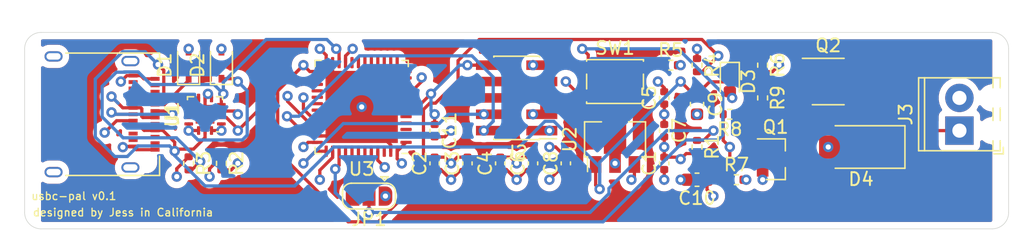
<source format=kicad_pcb>
(kicad_pcb (version 20171130) (host pcbnew "(5.1.7-0-10_14)")
  (layers (0 F.Cu signal) (1 PWR power) (2 GND signal) (31 B.Cu signal) (34 B.Paste user) (35 F.Paste user) (36 B.SilkS user) (37 F.SilkS user) (38 B.Mask user) (39 F.Mask user) (44 Edge.Cuts user))
  (net 0 "")
  (net 1 GND)
  (net 2 +3V3)
  (net 3 VBUS)
  (net 4 /nRST)
  (net 5 "Net-(D1-Pad1)")
  (net 6 "Net-(D2-Pad1)")
  (net 7 "Net-(D3-Pad2)")
  (net 8 "Net-(D3-Pad1)")
  (net 9 "Net-(D4-Pad1)")
  (net 10 D-)
  (net 11 D+)
  (net 12 /SWCLK)
  (net 13 /SWDIO)
  (net 14 /BOOT)
  (net 15 "Net-(Q1-Pad3)")
  (net 16 "Net-(Q1-Pad1)")
  (net 17 SCL)
  (net 18 SDA)
  (net 19 INT_N)
  (net 20 /SETUP)
  (net 21 OUT_CTRL)
  (module Package_DFN_QFN:QFN-48-1EP_7x7mm_P0.5mm_EP5.6x5.6mm (layer F.Cu) (at 98.49 48.96 180)
    (fp_text reference U3 (at 0 -4.82) (layer F.SilkS))
    (fp_text value STM32F072C8Ux)
    (pad 49 smd rect (at 0 0 180) (size 5.6 5.6) (layers F.Cu F.Mask) (net 1 GND))
    (pad 48 smd roundrect (at -2.75 -3.4375 180) (size 0.25 0.875) (layers F.Cu F.Paste F.Mask) (net 2 +3V3))
    (pad 47 smd roundrect (at -2.25 -3.4375 180) (size 0.25 0.875) (layers F.Cu F.Paste F.Mask) (net 1 GND))
    (pad 46 smd roundrect (at -1.75 -3.4375 180) (size 0.25 0.875) (layers F.Cu F.Paste F.Mask))
    (pad 45 smd roundrect (at -1.25 -3.4375 180) (size 0.25 0.875) (layers F.Cu F.Paste F.Mask) (net 21 OUT_CTRL))
    (pad 44 smd roundrect (at -0.75 -3.4375 180) (size 0.25 0.875) (layers F.Cu F.Paste F.Mask) (net 14 /BOOT))
    (pad 43 smd roundrect (at -0.25 -3.4375 180) (size 0.25 0.875) (layers F.Cu F.Paste F.Mask))
    (pad 42 smd roundrect (at 0.25 -3.4375 180) (size 0.25 0.875) (layers F.Cu F.Paste F.Mask))
    (pad 41 smd roundrect (at 0.75 -3.4375 180) (size 0.25 0.875) (layers F.Cu F.Paste F.Mask))
    (pad 40 smd roundrect (at 1.25 -3.4375 180) (size 0.25 0.875) (layers F.Cu F.Paste F.Mask))
    (pad 39 smd roundrect (at 1.75 -3.4375 180) (size 0.25 0.875) (layers F.Cu F.Paste F.Mask) (net 20 /SETUP))
    (pad 38 smd roundrect (at 2.25 -3.4375 180) (size 0.25 0.875) (layers F.Cu F.Paste F.Mask) (net 7 "Net-(D3-Pad2)"))
    (pad 37 smd roundrect (at 2.75 -3.4375 180) (size 0.25 0.875) (layers F.Cu F.Paste F.Mask) (net 12 /SWCLK))
    (pad 36 smd roundrect (at 3.4375 -2.75 180) (size 0.875 0.25) (layers F.Cu F.Paste F.Mask) (net 2 +3V3))
    (pad 35 smd roundrect (at 3.4375 -2.25 180) (size 0.875 0.25) (layers F.Cu F.Paste F.Mask) (net 1 GND))
    (pad 34 smd roundrect (at 3.4375 -1.75 180) (size 0.875 0.25) (layers F.Cu F.Paste F.Mask) (net 13 /SWDIO))
    (pad 33 smd roundrect (at 3.4375 -1.25 180) (size 0.875 0.25) (layers F.Cu F.Paste F.Mask) (net 11 D+))
    (pad 32 smd roundrect (at 3.4375 -0.75 180) (size 0.875 0.25) (layers F.Cu F.Paste F.Mask) (net 10 D-))
    (pad 31 smd roundrect (at 3.4375 -0.25 180) (size 0.875 0.25) (layers F.Cu F.Paste F.Mask))
    (pad 30 smd roundrect (at 3.4375 0.25 180) (size 0.875 0.25) (layers F.Cu F.Paste F.Mask))
    (pad 29 smd roundrect (at 3.4375 0.75 180) (size 0.875 0.25) (layers F.Cu F.Paste F.Mask))
    (pad 28 smd roundrect (at 3.4375 1.25 180) (size 0.875 0.25) (layers F.Cu F.Paste F.Mask))
    (pad 27 smd roundrect (at 3.4375 1.75 180) (size 0.875 0.25) (layers F.Cu F.Paste F.Mask))
    (pad 26 smd roundrect (at 3.4375 2.25 180) (size 0.875 0.25) (layers F.Cu F.Paste F.Mask))
    (pad 25 smd roundrect (at 3.4375 2.75 180) (size 0.875 0.25) (layers F.Cu F.Paste F.Mask) (net 19 INT_N))
    (pad 24 smd roundrect (at 2.75 3.4375 180) (size 0.25 0.875) (layers F.Cu F.Paste F.Mask) (net 2 +3V3))
    (pad 23 smd roundrect (at 2.25 3.4375 180) (size 0.25 0.875) (layers F.Cu F.Paste F.Mask) (net 1 GND))
    (pad 22 smd roundrect (at 1.75 3.4375 180) (size 0.25 0.875) (layers F.Cu F.Paste F.Mask) (net 18 SDA))
    (pad 21 smd roundrect (at 1.25 3.4375 180) (size 0.25 0.875) (layers F.Cu F.Paste F.Mask) (net 17 SCL))
    (pad 20 smd roundrect (at 0.75 3.4375 180) (size 0.25 0.875) (layers F.Cu F.Paste F.Mask))
    (pad 19 smd roundrect (at 0.25 3.4375 180) (size 0.25 0.875) (layers F.Cu F.Paste F.Mask))
    (pad 18 smd roundrect (at -0.25 3.4375 180) (size 0.25 0.875) (layers F.Cu F.Paste F.Mask))
    (pad 17 smd roundrect (at -0.75 3.4375 180) (size 0.25 0.875) (layers F.Cu F.Paste F.Mask))
    (pad 16 smd roundrect (at -1.25 3.4375 180) (size 0.25 0.875) (layers F.Cu F.Paste F.Mask))
    (pad 15 smd roundrect (at -1.75 3.4375 180) (size 0.25 0.875) (layers F.Cu F.Paste F.Mask))
    (pad 14 smd roundrect (at -2.25 3.4375 180) (size 0.25 0.875) (layers F.Cu F.Paste F.Mask))
    (pad 13 smd roundrect (at -2.75 3.4375 180) (size 0.25 0.875) (layers F.Cu F.Paste F.Mask))
    (pad 12 smd roundrect (at -3.4375 2.75 180) (size 0.875 0.25) (layers F.Cu F.Paste F.Mask))
    (pad 11 smd roundrect (at -3.4375 2.25 180) (size 0.875 0.25) (layers F.Cu F.Paste F.Mask))
    (pad 10 smd roundrect (at -3.4375 1.75 180) (size 0.875 0.25) (layers F.Cu F.Paste F.Mask))
    (pad 9 smd roundrect (at -3.4375 1.25 180) (size 0.875 0.25) (layers F.Cu F.Paste F.Mask) (net 2 +3V3))
    (pad 8 smd roundrect (at -3.4375 0.75 180) (size 0.875 0.25) (layers F.Cu F.Paste F.Mask) (net 1 GND))
    (pad 7 smd roundrect (at -3.4375 0.25 180) (size 0.875 0.25) (layers F.Cu F.Paste F.Mask) (net 4 /nRST))
    (pad 6 smd roundrect (at -3.4375 -0.25 180) (size 0.875 0.25) (layers F.Cu F.Paste F.Mask))
    (pad 5 smd roundrect (at -3.4375 -0.75 180) (size 0.875 0.25) (layers F.Cu F.Paste F.Mask))
    (pad 4 smd roundrect (at -3.4375 -1.25 180) (size 0.875 0.25) (layers F.Cu F.Paste F.Mask))
    (pad 3 smd roundrect (at -3.4375 -1.75 180) (size 0.875 0.25) (layers F.Cu F.Paste F.Mask))
    (pad 2 smd roundrect (at -3.4375 -2.25 180) (size 0.875 0.25) (layers F.Cu F.Paste F.Mask))
    (pad 1 smd roundrect (at -3.4375 -2.75 180) (size 0.875 0.25) (layers F.Cu F.Paste F.Mask) (net 2 +3V3))
  )
  (module Package_TO_SOT_SMD:SOT-89-3 (layer F.Cu) (at 118.11 51.7775 90)
    (fp_text reference U2 (at 0.3 -3.5 90) (layer F.SilkS))
    (fp_text value AP2204R-3.3)
    (pad 2 smd custom (at -1.5625 0 90) (size 1.475 0.9) (layers F.Cu F.Paste F.Mask) (net 1 GND) (options (clearance outline) (anchor rect)) (primitives (gr_poly (pts (xy 0.7375 -0.8665) (xy 3.8625 -0.8665) (xy 3.8625 0.8665) (xy 0.7375 0.8665)) (width 0))))
    (pad 3 smd rect (at -1.65 1.5 90) (size 1.3 0.9) (layers F.Cu F.Paste F.Mask) (net 2 +3V3))
    (pad 1 smd rect (at -1.65 -1.5 90) (size 1.3 0.9) (layers F.Cu F.Paste F.Mask) (net 3 VBUS))
  )
  (module Package_DFN_QFN:WQFN-14-1EP_2.5x2.5mm_P0.5mm_EP1.45x1.45mm (layer F.Cu) (at 86.36 49.53 90)
    (fp_text reference U1 (at 0 -2.55 90) (layer F.SilkS))
    (fp_text value FUSB302B11MPX)
    (pad 15 smd rect (at 0 0 90) (size 1.45 1.45) (layers F.Cu F.Mask) (net 1 GND))
    (pad 14 smd roundrect (at -0.75 -1.2625 90) (size 0.25 0.675) (layers F.Cu F.Paste F.Mask) (net 6 "Net-(D2-Pad1)"))
    (pad 13 smd roundrect (at -0.25 -1.2625 90) (size 0.25 0.675) (layers F.Cu F.Paste F.Mask))
    (pad 12 smd roundrect (at 0.25 -1.2625 90) (size 0.25 0.675) (layers F.Cu F.Paste F.Mask))
    (pad 11 smd roundrect (at 0.75 -1.2625 90) (size 0.25 0.675) (layers F.Cu F.Paste F.Mask) (net 5 "Net-(D1-Pad1)"))
    (pad 10 smd roundrect (at 1.2625 -0.5 90) (size 0.675 0.25) (layers F.Cu F.Paste F.Mask) (net 5 "Net-(D1-Pad1)"))
    (pad 9 smd roundrect (at 1.2625 0 90) (size 0.675 0.25) (layers F.Cu F.Paste F.Mask) (net 1 GND))
    (pad 8 smd roundrect (at 1.2625 0.5 90) (size 0.675 0.25) (layers F.Cu F.Paste F.Mask) (net 1 GND))
    (pad 7 smd roundrect (at 0.75 1.2625 90) (size 0.25 0.675) (layers F.Cu F.Paste F.Mask) (net 18 SDA))
    (pad 6 smd roundrect (at 0.25 1.2625 90) (size 0.25 0.675) (layers F.Cu F.Paste F.Mask) (net 17 SCL))
    (pad 5 smd roundrect (at -0.25 1.2625 90) (size 0.25 0.675) (layers F.Cu F.Paste F.Mask) (net 19 INT_N))
    (pad 4 smd roundrect (at -0.75 1.2625 90) (size 0.25 0.675) (layers F.Cu F.Paste F.Mask) (net 2 +3V3))
    (pad 3 smd roundrect (at -1.2625 0.5 90) (size 0.675 0.25) (layers F.Cu F.Paste F.Mask) (net 2 +3V3))
    (pad 2 smd roundrect (at -1.2625 0 90) (size 0.675 0.25) (layers F.Cu F.Paste F.Mask) (net 3 VBUS))
    (pad 1 smd roundrect (at -1.2625 -0.5 90) (size 0.675 0.25) (layers F.Cu F.Paste F.Mask) (net 6 "Net-(D2-Pad1)"))
  )
  (module Button_Switch_SMD:SW_SPST_PTS810 (layer F.Cu) (at 118.11 46.99)
    (fp_text reference SW1 (at 0 -2.6) (layer F.SilkS))
    (fp_text value SWITCH)
    (pad 2 smd rect (at 2.075 1.075) (size 1.05 0.65) (layers F.Cu F.Paste F.Mask) (net 2 +3V3))
    (pad 2 smd rect (at -2.075 1.075) (size 1.05 0.65) (layers F.Cu F.Paste F.Mask) (net 2 +3V3))
    (pad 1 smd rect (at 2.075 -1.075) (size 1.05 0.65) (layers F.Cu F.Paste F.Mask) (net 20 /SETUP))
    (pad 1 smd rect (at -2.075 -1.075) (size 1.05 0.65) (layers F.Cu F.Paste F.Mask) (net 20 /SETUP))
  )
  (module Resistor_SMD:R_0402_1005Metric (layer F.Cu) (at 129.54 48.26 270)
    (fp_text reference R9 (at 0 -1.17 90) (layer F.SilkS))
    (fp_text value 100kΩ)
    (pad 2 smd roundrect (at 0.51 0 270) (size 0.54 0.64) (layers F.Cu F.Paste F.Mask) (net 15 "Net-(Q1-Pad3)"))
    (pad 1 smd roundrect (at -0.51 0 270) (size 0.54 0.64) (layers F.Cu F.Paste F.Mask) (net 3 VBUS))
  )
  (module Resistor_SMD:R_0402_1005Metric (layer F.Cu) (at 127 49.53 180)
    (fp_text reference R8 (at 0 -1.17) (layer F.SilkS))
    (fp_text value 2kΩ)
    (pad 2 smd roundrect (at 0.51 0 180) (size 0.54 0.64) (layers F.Cu F.Paste F.Mask) (net 21 OUT_CTRL))
    (pad 1 smd roundrect (at -0.51 0 180) (size 0.54 0.64) (layers F.Cu F.Paste F.Mask) (net 16 "Net-(Q1-Pad1)"))
  )
  (module Resistor_SMD:R_0402_1005Metric (layer F.Cu) (at 127.51 54.61)
    (fp_text reference R7 (at 0 -1.17) (layer F.SilkS))
    (fp_text value 10kΩ)
    (pad 2 smd roundrect (at 0.51 0) (size 0.54 0.64) (layers F.Cu F.Paste F.Mask) (net 1 GND))
    (pad 1 smd roundrect (at -0.51 0) (size 0.54 0.64) (layers F.Cu F.Paste F.Mask) (net 21 OUT_CTRL))
  )
  (module Resistor_SMD:R_0402_1005Metric (layer F.Cu) (at 129.54 45.72 270)
    (fp_text reference R6 (at 0 -1.17 90) (layer F.SilkS))
    (fp_text value 220kΩ)
    (pad 2 smd roundrect (at 0.51 0 270) (size 0.54 0.64) (layers F.Cu F.Paste F.Mask) (net 1 GND))
    (pad 1 smd roundrect (at -0.51 0 270) (size 0.54 0.64) (layers F.Cu F.Paste F.Mask) (net 8 "Net-(D3-Pad1)"))
  )
  (module Resistor_SMD:R_0402_1005Metric (layer F.Cu) (at 122.43 45.72)
    (fp_text reference R5 (at 0 -1.17) (layer F.SilkS))
    (fp_text value 10kΩ)
    (pad 2 smd roundrect (at 0.51 0) (size 0.54 0.64) (layers F.Cu F.Paste F.Mask) (net 1 GND))
    (pad 1 smd roundrect (at -0.51 0) (size 0.54 0.64) (layers F.Cu F.Paste F.Mask) (net 20 /SETUP))
  )
  (module Resistor_SMD:R_0402_1005Metric (layer F.Cu) (at 124.46 45.72 270)
    (fp_text reference R4 (at 0 -1.17 90) (layer F.SilkS))
    (fp_text value 2kΩ)
    (pad 2 smd roundrect (at 0.51 0 270) (size 0.54 0.64) (layers F.Cu F.Paste F.Mask) (net 19 INT_N))
    (pad 1 smd roundrect (at -0.51 0 270) (size 0.54 0.64) (layers F.Cu F.Paste F.Mask) (net 2 +3V3))
  )
  (module Resistor_SMD:R_0402_1005Metric (layer F.Cu) (at 85.09 53.34 270)
    (fp_text reference R3 (at 0 -1.17 90) (layer F.SilkS))
    (fp_text value 2kΩ)
    (pad 2 smd roundrect (at 0.51 0 270) (size 0.54 0.64) (layers F.Cu F.Paste F.Mask) (net 18 SDA))
    (pad 1 smd roundrect (at -0.51 0 270) (size 0.54 0.64) (layers F.Cu F.Paste F.Mask) (net 2 +3V3))
  )
  (module Resistor_SMD:R_0402_1005Metric (layer F.Cu) (at 87.63 53.34 270)
    (fp_text reference R2 (at 0 -1.17 90) (layer F.SilkS))
    (fp_text value 2kΩ)
    (pad 2 smd roundrect (at 0.51 0 270) (size 0.54 0.64) (layers F.Cu F.Paste F.Mask) (net 17 SCL))
    (pad 1 smd roundrect (at -0.51 0 270) (size 0.54 0.64) (layers F.Cu F.Paste F.Mask) (net 2 +3V3))
  )
  (module Resistor_SMD:R_0402_1005Metric (layer F.Cu) (at 124.46 52.07 270)
    (fp_text reference R1 (at 0 -1.17 90) (layer F.SilkS))
    (fp_text value 10kΩ)
    (pad 2 smd roundrect (at 0.51 0 270) (size 0.54 0.64) (layers F.Cu F.Paste F.Mask) (net 1 GND))
    (pad 1 smd roundrect (at -0.51 0 270) (size 0.54 0.64) (layers F.Cu F.Paste F.Mask) (net 14 /BOOT))
  )
  (module housings_son:Diodes_PowerDI3333-8 (layer F.Cu) (at 134.62 46.99)
    (fp_text reference Q2 (at 0 -2.8) (layer F.SilkS))
    (fp_text value DMP3017SFG)
    (pad 5 smd rect (at 0.88 0.59) (size 0.86 1.19) (layers F.Cu F.Paste F.Mask) (net 3 VBUS))
    (pad 5 smd rect (at 0.88 -0.59) (size 0.86 1.19) (layers F.Cu F.Paste F.Mask) (net 3 VBUS))
    (pad 5 smd rect (at 0.03 0.59) (size 0.86 1.19) (layers F.Cu F.Paste F.Mask) (net 3 VBUS))
    (pad 5 smd rect (at 0.03 -0.59) (size 0.86 1.19) (layers F.Cu F.Paste F.Mask) (net 3 VBUS))
    (pad 4 smd rect (at -1.5 0.975) (size 0.7 0.42) (layers F.Cu F.Paste F.Mask) (net 15 "Net-(Q1-Pad3)"))
    (pad 2 smd rect (at -1.5 -0.325) (size 0.7 0.42) (layers F.Cu F.Paste F.Mask) (net 9 "Net-(D4-Pad1)"))
    (pad 3 smd rect (at -1.5 0.325) (size 0.7 0.42) (layers F.Cu F.Paste F.Mask) (net 9 "Net-(D4-Pad1)"))
    (pad 1 smd rect (at -1.5 -0.975) (size 0.7 0.42) (layers F.Cu F.Paste F.Mask) (net 9 "Net-(D4-Pad1)"))
    (pad 5 smd rect (at 1.5 0.975) (size 0.7 0.42) (layers F.Cu F.Paste F.Mask) (net 3 VBUS))
    (pad 5 smd rect (at 1.5 0.325) (size 0.7 0.42) (layers F.Cu F.Paste F.Mask) (net 3 VBUS))
    (pad 5 smd rect (at 1.5 -0.325) (size 0.7 0.42) (layers F.Cu F.Paste F.Mask) (net 3 VBUS))
    (pad 5 smd rect (at 1.5 -0.975) (size 0.7 0.42) (layers F.Cu F.Paste F.Mask) (net 3 VBUS))
  )
  (module Package_TO_SOT_SMD:SOT-23 (layer F.Cu) (at 130.54 53.02)
    (fp_text reference Q1 (at 0 -2.5) (layer F.SilkS))
    (fp_text value MMBT3904)
    (pad 1 smd rect (at -1 -0.95) (size 0.9 0.8) (layers F.Cu F.Paste F.Mask) (net 16 "Net-(Q1-Pad1)"))
    (pad 2 smd rect (at -1 0.95) (size 0.9 0.8) (layers F.Cu F.Paste F.Mask) (net 1 GND))
    (pad 3 smd rect (at 1 0) (size 0.9 0.8) (layers F.Cu F.Paste F.Mask) (net 15 "Net-(Q1-Pad3)"))
  )
  (module Jumper:SolderJumper-3_P1.3mm_Open_RoundedPad1.0x1.5mm (layer F.Cu) (at 99.06 55.88 180)
    (fp_text reference JP1 (at 0 -1.8) (layer F.SilkS))
    (fp_text value JUMPER)
    (pad 2 smd rect (at 0 0 180) (size 1 1.5) (layers F.Cu F.Mask) (net 14 /BOOT))
    (pad 3 smd custom (at 1.3 0 180) (size 1 0.5) (layers F.Cu F.Mask) (options (clearance outline) (anchor rect)) (primitives (gr_circle (center 0 0.25) (end 0.5 0.25) (width 0)) (gr_circle (center 0 -0.25) (end 0.5 -0.25) (width 0)) (gr_poly (pts (xy -0.55 -0.75) (xy 0 -0.75) (xy 0 0.75) (xy -0.55 0.75)) (width 0))))
    (pad 1 smd custom (at -1.3 0 180) (size 1 0.5) (layers F.Cu F.Mask) (net 2 +3V3) (options (clearance outline) (anchor rect)) (primitives (gr_circle (center 0 0.25) (end 0.5 0.25) (width 0)) (gr_circle (center 0 -0.25) (end 0.5 -0.25) (width 0)) (gr_poly (pts (xy 0.55 -0.75) (xy 0 -0.75) (xy 0 0.75) (xy 0.55 0.75)) (width 0))))
  )
  (module TerminalBlock_Phoenix:TerminalBlock_Phoenix_MPT-0,5-2-2.54_1x02_P2.54mm_Horizontal (layer F.Cu) (at 144.78 50.8 90)
    (fp_text reference J3 (at 1.27 -4.16 90) (layer F.SilkS))
    (fp_text value OUTPUT)
    (pad "" np_thru_hole circle (at 2.54 2.54 90) (size 1.1 1.1) (drill 1.1) (layers *.Cu *.Mask))
    (pad 2 thru_hole circle (at 2.54 0 90) (size 2.2 2.2) (drill 1.1) (layers *.Cu *.Mask) (net 1 GND))
    (pad "" np_thru_hole circle (at 0 2.54 90) (size 1.1 1.1) (drill 1.1) (layers *.Cu *.Mask))
    (pad 1 thru_hole rect (at 0 0 90) (size 2.2 2.2) (drill 1.1) (layers *.Cu *.Mask) (net 9 "Net-(D4-Pad1)"))
  )
  (module Connector_PinHeader_1.27mm:PinHeader_2x05_P1.27mm_Vertical_SMD (layer F.Cu) (at 110.49 48.26 180)
    (fp_text reference J2 (at 0 -4.235) (layer F.SilkS))
    (fp_text value SWD)
    (pad 10 smd rect (at 1.95 2.54 180) (size 2.4 0.74) (layers F.Cu F.Paste F.Mask) (net 4 /nRST))
    (pad 9 smd rect (at -1.95 2.54 180) (size 2.4 0.74) (layers F.Cu F.Paste F.Mask) (net 1 GND))
    (pad 8 smd rect (at 1.95 1.27 180) (size 2.4 0.74) (layers F.Cu F.Paste F.Mask))
    (pad 7 smd rect (at -1.95 1.27 180) (size 2.4 0.74) (layers F.Cu F.Paste F.Mask))
    (pad 6 smd rect (at 1.95 0 180) (size 2.4 0.74) (layers F.Cu F.Paste F.Mask))
    (pad 5 smd rect (at -1.95 0 180) (size 2.4 0.74) (layers F.Cu F.Paste F.Mask) (net 1 GND))
    (pad 4 smd rect (at 1.95 -1.27 180) (size 2.4 0.74) (layers F.Cu F.Paste F.Mask) (net 12 /SWCLK))
    (pad 3 smd rect (at -1.95 -1.27 180) (size 2.4 0.74) (layers F.Cu F.Paste F.Mask) (net 1 GND))
    (pad 2 smd rect (at 1.95 -2.54 180) (size 2.4 0.74) (layers F.Cu F.Paste F.Mask) (net 13 /SWDIO))
    (pad 1 smd rect (at -1.95 -2.54 180) (size 2.4 0.74) (layers F.Cu F.Paste F.Mask) (net 2 +3V3))
  )
  (module Connector_USB:USB_C_Receptacle_Amphenol_12401610E4-2A (layer F.Cu) (at 77.47 49.53 270)
    (fp_text reference J1 (at 0 -6.36 90) (layer F.SilkS))
    (fp_text value USB_C)
    (pad B12 smd rect (at -3 -3.32 270) (size 0.3 0.7) (layers F.Cu F.Paste F.Mask) (net 1 GND))
    (pad B11 smd rect (at -2.5 -3.32 270) (size 0.3 0.7) (layers F.Cu F.Paste F.Mask))
    (pad B10 smd rect (at -2 -3.32 270) (size 0.3 0.7) (layers F.Cu F.Paste F.Mask))
    (pad B9 smd rect (at -1.5 -3.32 270) (size 0.3 0.7) (layers F.Cu F.Paste F.Mask) (net 3 VBUS))
    (pad B8 smd rect (at -1 -3.32 270) (size 0.3 0.7) (layers F.Cu F.Paste F.Mask))
    (pad B7 smd rect (at -0.5 -3.32 270) (size 0.3 0.7) (layers F.Cu F.Paste F.Mask) (net 10 D-))
    (pad B6 smd rect (at 0 -3.32 270) (size 0.3 0.7) (layers F.Cu F.Paste F.Mask) (net 11 D+))
    (pad B5 smd rect (at 0.5 -3.32 270) (size 0.3 0.7) (layers F.Cu F.Paste F.Mask) (net 6 "Net-(D2-Pad1)"))
    (pad B4 smd rect (at 1 -3.32 270) (size 0.3 0.7) (layers F.Cu F.Paste F.Mask) (net 3 VBUS))
    (pad B3 smd rect (at 1.5 -3.32 270) (size 0.3 0.7) (layers F.Cu F.Paste F.Mask))
    (pad B2 smd rect (at 2 -3.32 270) (size 0.3 0.7) (layers F.Cu F.Paste F.Mask))
    (pad "" np_thru_hole circle (at -3.6 -4.36 270) (size 0.65 0.65) (drill 0.65) (layers *.Cu *.Mask))
    (pad "" np_thru_hole oval (at 3.6 -4.36 270) (size 0.95 0.65) (drill oval 0.95 0.65) (layers *.Cu *.Mask))
    (pad S1 thru_hole oval (at -4.49 2.84 270) (size 0.8 1.4) (drill oval 0.5 1.1) (layers *.Cu *.Mask) (net 1 GND))
    (pad S1 thru_hole oval (at 4.49 2.84 270) (size 0.8 1.4) (drill oval 0.5 1.1) (layers *.Cu *.Mask) (net 1 GND))
    (pad S1 thru_hole oval (at 4.13 -3.11 270) (size 0.8 1.4) (drill oval 0.5 1.1) (layers *.Cu *.Mask) (net 1 GND))
    (pad B1 smd rect (at 2.5 -3.32 270) (size 0.3 0.7) (layers F.Cu F.Paste F.Mask) (net 1 GND))
    (pad A11 smd rect (at 2.25 -5.02 270) (size 0.3 0.7) (layers F.Cu F.Paste F.Mask))
    (pad A8 smd rect (at 0.75 -5.02 270) (size 0.3 0.7) (layers F.Cu F.Paste F.Mask))
    (pad A9 smd rect (at 1.25 -5.02 270) (size 0.3 0.7) (layers F.Cu F.Paste F.Mask) (net 3 VBUS))
    (pad A10 smd rect (at 1.75 -5.02 270) (size 0.3 0.7) (layers F.Cu F.Paste F.Mask))
    (pad A12 smd rect (at 2.75 -5.02 270) (size 0.3 0.7) (layers F.Cu F.Paste F.Mask) (net 1 GND))
    (pad A7 smd rect (at 0.25 -5.02 270) (size 0.3 0.7) (layers F.Cu F.Paste F.Mask) (net 10 D-))
    (pad A6 smd rect (at -0.25 -5.02 270) (size 0.3 0.7) (layers F.Cu F.Paste F.Mask) (net 11 D+))
    (pad A5 smd rect (at -0.75 -5.02 270) (size 0.3 0.7) (layers F.Cu F.Paste F.Mask) (net 5 "Net-(D1-Pad1)"))
    (pad A4 smd rect (at -1.25 -5.02 270) (size 0.3 0.7) (layers F.Cu F.Paste F.Mask) (net 3 VBUS))
    (pad A3 smd rect (at -1.75 -5.02 270) (size 0.3 0.7) (layers F.Cu F.Paste F.Mask))
    (pad A2 smd rect (at -2.25 -5.02 270) (size 0.3 0.7) (layers F.Cu F.Paste F.Mask))
    (pad A1 smd rect (at -2.75 -5.02 270) (size 0.3 0.7) (layers F.Cu F.Paste F.Mask) (net 1 GND))
    (pad S1 thru_hole oval (at -4.13 -3.11 270) (size 0.8 1.4) (drill oval 0.5 1.1) (layers *.Cu *.Mask) (net 1 GND))
  )
  (module Diode_SMD:D_SMA (layer F.Cu) (at 137.16 52.07 180)
    (fp_text reference D4 (at 0 -2.5) (layer F.SilkS))
    (fp_text value B140-E3)
    (pad 1 smd rect (at -2 0 180) (size 2.5 1.8) (layers F.Cu F.Paste F.Mask) (net 9 "Net-(D4-Pad1)"))
    (pad 2 smd rect (at 2 0 180) (size 2.5 1.8) (layers F.Cu F.Paste F.Mask) (net 1 GND))
  )
  (module LED_SMD:LED_0603_1608Metric (layer F.Cu) (at 127 46.99 270)
    (fp_text reference D3 (at 0 -1.43 90) (layer F.SilkS))
    (fp_text value STATUS_LED)
    (pad 2 smd roundrect (at 0.7875 0 270) (size 0.875 0.95) (layers F.Cu F.Paste F.Mask) (net 7 "Net-(D3-Pad2)"))
    (pad 1 smd roundrect (at -0.7875 0 270) (size 0.875 0.95) (layers F.Cu F.Paste F.Mask) (net 8 "Net-(D3-Pad1)"))
  )
  (module Diode_SMD:D_SOD-323 (layer F.Cu) (at 87.63 45.72 90)
    (fp_text reference D2 (at 0 -1.85 90) (layer F.SilkS))
    (fp_text value MM325V6T1G)
    (pad 2 smd rect (at 1.05 0 90) (size 0.6 0.45) (layers F.Cu F.Paste F.Mask) (net 1 GND))
    (pad 1 smd rect (at -1.05 0 90) (size 0.6 0.45) (layers F.Cu F.Paste F.Mask) (net 6 "Net-(D2-Pad1)"))
  )
  (module Diode_SMD:D_SOD-323 (layer F.Cu) (at 85.09 45.72 90)
    (fp_text reference D1 (at 0 -1.85 90) (layer F.SilkS))
    (fp_text value MM325V6T1G)
    (pad 2 smd rect (at 1.05 0 90) (size 0.6 0.45) (layers F.Cu F.Paste F.Mask) (net 1 GND))
    (pad 1 smd rect (at -1.05 0 90) (size 0.6 0.45) (layers F.Cu F.Paste F.Mask) (net 5 "Net-(D1-Pad1)"))
  )
  (module Capacitor_SMD:C_0402_1005Metric (layer F.Cu) (at 104.14 50.8 270)
    (fp_text reference C11 (at 0 -1.16 90) (layer F.SilkS))
    (fp_text value 0.1μF)
    (pad 2 smd roundrect (at 0.48 0 270) (size 0.56 0.62) (layers F.Cu F.Paste F.Mask) (net 1 GND))
    (pad 1 smd roundrect (at -0.48 0 270) (size 0.56 0.62) (layers F.Cu F.Paste F.Mask) (net 4 /nRST))
  )
  (module Capacitor_SMD:C_0603_1608Metric (layer F.Cu) (at 124.46 54.61 180)
    (fp_text reference C10 (at 0 -1.43) (layer F.SilkS))
    (fp_text value 2.2μF)
    (pad 2 smd roundrect (at 0.775 0 180) (size 0.9 0.95) (layers F.Cu F.Paste F.Mask) (net 1 GND))
    (pad 1 smd roundrect (at -0.775 0 180) (size 0.9 0.95) (layers F.Cu F.Paste F.Mask) (net 2 +3V3))
  )
  (module Capacitor_SMD:C_0603_1608Metric (layer F.Cu) (at 124.46 48.755 270)
    (fp_text reference C9 (at 0 -1.43 90) (layer F.SilkS))
    (fp_text value 1μF)
    (pad 2 smd roundrect (at 0.775 0 270) (size 0.9 0.95) (layers F.Cu F.Paste F.Mask) (net 1 GND))
    (pad 1 smd roundrect (at -0.775 0 270) (size 0.9 0.95) (layers F.Cu F.Paste F.Mask) (net 3 VBUS))
  )
  (module Capacitor_SMD:C_0402_1005Metric (layer F.Cu) (at 114.3 53.34 90)
    (fp_text reference C8 (at 0 -1.16 90) (layer F.SilkS))
    (fp_text value 1μF)
    (pad 2 smd roundrect (at 0.48 0 90) (size 0.56 0.62) (layers F.Cu F.Paste F.Mask) (net 1 GND))
    (pad 1 smd roundrect (at -0.48 0 90) (size 0.56 0.62) (layers F.Cu F.Paste F.Mask) (net 2 +3V3))
  )
  (module Capacitor_SMD:C_0402_1005Metric (layer F.Cu) (at 121.92 50.8 270)
    (fp_text reference C7 (at 0 -1.16 90) (layer F.SilkS))
    (fp_text value 1μF)
    (pad 2 smd roundrect (at 0.48 0 270) (size 0.56 0.62) (layers F.Cu F.Paste F.Mask) (net 1 GND))
    (pad 1 smd roundrect (at -0.48 0 270) (size 0.56 0.62) (layers F.Cu F.Paste F.Mask) (net 2 +3V3))
  )
  (module Capacitor_SMD:C_0402_1005Metric (layer F.Cu) (at 111.76 53.34 90)
    (fp_text reference C6 (at 0 -1.16 90) (layer F.SilkS))
    (fp_text value 0.1μF)
    (pad 2 smd roundrect (at 0.48 0 90) (size 0.56 0.62) (layers F.Cu F.Paste F.Mask) (net 1 GND))
    (pad 1 smd roundrect (at -0.48 0 90) (size 0.56 0.62) (layers F.Cu F.Paste F.Mask) (net 2 +3V3))
  )
  (module Capacitor_SMD:C_0402_1005Metric (layer F.Cu) (at 121.92 48.26 90)
    (fp_text reference C5 (at 0 -1.16 90) (layer F.SilkS))
    (fp_text value 0.1μF)
    (pad 2 smd roundrect (at 0.48 0 90) (size 0.56 0.62) (layers F.Cu F.Paste F.Mask) (net 1 GND))
    (pad 1 smd roundrect (at -0.48 0 90) (size 0.56 0.62) (layers F.Cu F.Paste F.Mask) (net 2 +3V3))
  )
  (module Capacitor_SMD:C_0402_1005Metric (layer F.Cu) (at 109.22 53.34 90)
    (fp_text reference C4 (at 0 -1.16 90) (layer F.SilkS))
    (fp_text value 0.1μF)
    (pad 2 smd roundrect (at 0.48 0 90) (size 0.56 0.62) (layers F.Cu F.Paste F.Mask) (net 1 GND))
    (pad 1 smd roundrect (at -0.48 0 90) (size 0.56 0.62) (layers F.Cu F.Paste F.Mask) (net 2 +3V3))
  )
  (module Capacitor_SMD:C_0402_1005Metric (layer F.Cu) (at 106.68 53.34 90)
    (fp_text reference C3 (at 0 -1.16 90) (layer F.SilkS))
    (fp_text value 0.1μF)
    (pad 2 smd roundrect (at 0.48 0 90) (size 0.56 0.62) (layers F.Cu F.Paste F.Mask) (net 1 GND))
    (pad 1 smd roundrect (at -0.48 0 90) (size 0.56 0.62) (layers F.Cu F.Paste F.Mask) (net 2 +3V3))
  )
  (module Capacitor_SMD:C_0402_1005Metric (layer F.Cu) (at 104.14 53.34 90)
    (fp_text reference C2 (at 0 -1.16 90) (layer F.SilkS))
    (fp_text value 0.1μF)
    (pad 2 smd roundrect (at 0.48 0 90) (size 0.56 0.62) (layers F.Cu F.Paste F.Mask) (net 1 GND))
    (pad 1 smd roundrect (at -0.48 0 90) (size 0.56 0.62) (layers F.Cu F.Paste F.Mask) (net 2 +3V3))
  )
  (module Capacitor_SMD:C_0402_1005Metric (layer F.Cu) (at 121.92 53.34 90)
    (fp_text reference C1 (at 0 -1.16 90) (layer F.SilkS))
    (fp_text value 0.1μF)
    (pad 2 smd roundrect (at 0.48 0 90) (size 0.56 0.62) (layers F.Cu F.Paste F.Mask) (net 1 GND))
    (pad 1 smd roundrect (at -0.48 0 90) (size 0.56 0.62) (layers F.Cu F.Paste F.Mask) (net 2 +3V3))
  )
  (gr_text "usbc-pal v0.1" (at 76.2 55.88) (layer F.SilkS) (effects (font (size 0.6 0.6) (thickness 0.1))))
  (gr_text "designed by Jess in California" (at 80.01 57.15) (layer F.SilkS) (effects (font (size 0.6 0.6) (thickness 0.1))))
  (gr_arc (start 147.32 57.15) (end 147.32 58.42) (angle -90) (layer Edge.Cuts) (width 0.05))
  (gr_line (start 73.66 43.18) (end 147.32 43.18) (layer Edge.Cuts) (width 0.05))
  (gr_arc (start 73.66 57.15) (end 72.39 57.15) (angle -90) (layer Edge.Cuts) (width 0.05))
  (gr_arc (start 73.66 44.45) (end 73.66 43.18) (angle -90) (layer Edge.Cuts) (width 0.05))
  (gr_line (start 72.39 44.45) (end 72.39 57.15) (layer Edge.Cuts) (width 0.05))
  (gr_arc (start 147.32 44.45) (end 148.59 44.45) (angle -90) (layer Edge.Cuts) (width 0.05))
  (gr_line (start 147.32 58.42) (end 73.66 58.42) (layer Edge.Cuts) (width 0.05))
  (gr_line (start 148.59 44.45) (end 148.59 57.15) (layer Edge.Cuts) (width 0.05))
  (segment (start 80.299998 46.53) (end 79.839998 46.99) (width 0.25) (layer F.Cu) (net 1))
  (via (at 79.839998 46.99) (size 0.8) (drill 0.4) (layers F.Cu B.Cu) (net 1))
  (segment (start 80.79 46.53) (end 80.299998 46.53) (width 0.25) (layer F.Cu) (net 1))
  (via (at 79.995568 52.08309) (size 0.8) (drill 0.4) (layers F.Cu B.Cu) (net 1))
  (segment (start 80.048658 52.03) (end 79.995568 52.08309) (width 0.25) (layer F.Cu) (net 1))
  (segment (start 80.79 52.03) (end 80.048658 52.03) (width 0.25) (layer F.Cu) (net 1))
  (segment (start 81.04 52.28) (end 80.79 52.03) (width 0.25) (layer F.Cu) (net 1))
  (segment (start 82.49 52.28) (end 81.04 52.28) (width 0.25) (layer F.Cu) (net 1))
  (segment (start 81.375002 46.53) (end 80.79 46.53) (width 0.25) (layer F.Cu) (net 1))
  (segment (start 81.625002 46.78) (end 81.375002 46.53) (width 0.25) (layer F.Cu) (net 1))
  (segment (start 82.49 46.78) (end 81.625002 46.78) (width 0.25) (layer F.Cu) (net 1))
  (via (at 86.585 47.945374) (size 0.8) (drill 0.4) (layers F.Cu B.Cu) (net 1))
  (segment (start 86.36 48.170374) (end 86.585 47.945374) (width 0.25) (layer F.Cu) (net 1))
  (segment (start 86.36 48.2675) (end 86.36 48.170374) (width 0.25) (layer F.Cu) (net 1))
  (segment (start 86.86 48.220374) (end 86.585 47.945374) (width 0.25) (layer F.Cu) (net 1))
  (segment (start 86.86 48.2675) (end 86.86 48.220374) (width 0.25) (layer F.Cu) (net 1))
  (via (at 87.63 44.45) (size 0.8) (drill 0.4) (layers F.Cu B.Cu) (net 1))
  (segment (start 87.63 44.67) (end 87.63 44.45) (width 0.25) (layer F.Cu) (net 1))
  (via (at 85.09 44.45) (size 0.8) (drill 0.4) (layers F.Cu B.Cu) (net 1))
  (segment (start 85.09 44.67) (end 85.09 44.45) (width 0.25) (layer F.Cu) (net 1))
  (via (at 105.41 50.8) (size 0.8) (drill 0.4) (layers F.Cu B.Cu) (net 1))
  (segment (start 104.93 51.28) (end 105.41 50.8) (width 0.25) (layer F.Cu) (net 1))
  (segment (start 104.14 51.28) (end 104.93 51.28) (width 0.25) (layer F.Cu) (net 1))
  (via (at 105.41 53.34) (size 0.8) (drill 0.4) (layers F.Cu B.Cu) (net 1))
  (segment (start 104.93 52.86) (end 105.41 53.34) (width 0.25) (layer F.Cu) (net 1))
  (segment (start 104.14 52.86) (end 104.93 52.86) (width 0.25) (layer F.Cu) (net 1))
  (segment (start 105.89 52.86) (end 105.41 53.34) (width 0.25) (layer F.Cu) (net 1))
  (segment (start 106.68 52.86) (end 105.89 52.86) (width 0.25) (layer F.Cu) (net 1))
  (segment (start 110.01 52.86) (end 110.49 53.34) (width 0.25) (layer F.Cu) (net 1))
  (via (at 110.49 53.34) (size 0.8) (drill 0.4) (layers F.Cu B.Cu) (net 1))
  (segment (start 109.22 52.86) (end 110.01 52.86) (width 0.25) (layer F.Cu) (net 1))
  (segment (start 110.97 52.86) (end 110.49 53.34) (width 0.25) (layer F.Cu) (net 1))
  (segment (start 111.76 52.86) (end 110.97 52.86) (width 0.25) (layer F.Cu) (net 1))
  (via (at 111.76 49.53) (size 0.8) (drill 0.4) (layers F.Cu B.Cu) (net 1))
  (segment (start 112.44 49.53) (end 111.76 49.53) (width 0.25) (layer F.Cu) (net 1))
  (segment (start 112.44 48.26) (end 112.44 49.53) (width 0.25) (layer F.Cu) (net 1))
  (via (at 111.76 45.72) (size 0.8) (drill 0.4) (layers F.Cu B.Cu) (net 1))
  (segment (start 112.44 45.72) (end 111.76 45.72) (width 0.25) (layer F.Cu) (net 1))
  (via (at 113.03 52.07) (size 0.8) (drill 0.4) (layers F.Cu B.Cu) (net 1))
  (via (at 118.11 53.34) (size 0.8) (drill 0.4) (layers F.Cu B.Cu) (net 1))
  (via (at 123.19 54.61) (size 0.8) (drill 0.4) (layers F.Cu B.Cu) (net 1))
  (segment (start 123.685 54.61) (end 123.19 54.61) (width 0.25) (layer F.Cu) (net 1))
  (via (at 123.19 53.012389) (size 0.8) (drill 0.4) (layers F.Cu B.Cu) (net 1))
  (via (at 121.92 52.07) (size 0.8) (drill 0.4) (layers F.Cu B.Cu) (net 1))
  (via (at 121.431166 46.99) (size 0.8) (drill 0.4) (layers F.Cu B.Cu) (net 1))
  (via (at 123.19 45.72) (size 0.8) (drill 0.4) (layers F.Cu B.Cu) (net 1))
  (segment (start 122.94 45.72) (end 123.19 45.72) (width 0.25) (layer F.Cu) (net 1))
  (via (at 124.46 49.53) (size 0.8) (drill 0.4) (layers F.Cu B.Cu) (net 1))
  (via (at 128.27 54.61) (size 0.8) (drill 0.4) (layers F.Cu B.Cu) (net 1))
  (segment (start 128.02 54.61) (end 128.27 54.61) (width 0.25) (layer F.Cu) (net 1))
  (via (at 129.54 54.61) (size 0.8) (drill 0.4) (layers F.Cu B.Cu) (net 1))
  (segment (start 129.54 53.97) (end 129.54 54.61) (width 0.25) (layer F.Cu) (net 1))
  (via (at 134.62 52.07) (size 0.8) (drill 0.4) (layers F.Cu B.Cu) (net 1))
  (segment (start 135.16 52.07) (end 134.62 52.07) (width 0.25) (layer F.Cu) (net 1))
  (via (at 130.81 45.72) (size 0.8) (drill 0.4) (layers F.Cu B.Cu) (net 1))
  (segment (start 130.3 46.23) (end 130.81 45.72) (width 0.25) (layer F.Cu) (net 1))
  (segment (start 129.54 46.23) (end 130.3 46.23) (width 0.25) (layer F.Cu) (net 1))
  (segment (start 113.51 52.07) (end 114.3 52.86) (width 0.25) (layer F.Cu) (net 1))
  (segment (start 113.03 52.07) (end 113.51 52.07) (width 0.25) (layer F.Cu) (net 1))
  (segment (start 121.92 47.478834) (end 121.431166 46.99) (width 0.25) (layer F.Cu) (net 1))
  (segment (start 121.92 47.78) (end 121.92 47.478834) (width 0.25) (layer F.Cu) (net 1))
  (segment (start 121.92 52.86) (end 121.92 52.07) (width 0.25) (layer F.Cu) (net 1))
  (segment (start 123.037611 52.86) (end 123.19 53.012389) (width 0.25) (layer F.Cu) (net 1))
  (segment (start 121.92 52.86) (end 123.037611 52.86) (width 0.25) (layer F.Cu) (net 1))
  (segment (start 123.622389 52.58) (end 123.19 53.012389) (width 0.25) (layer F.Cu) (net 1))
  (segment (start 124.46 52.58) (end 123.622389 52.58) (width 0.25) (layer F.Cu) (net 1))
  (segment (start 121.92 51.28) (end 121.92 52.07) (width 0.25) (layer F.Cu) (net 1))
  (via (at 98.49 48.96) (size 0.8) (drill 0.4) (layers F.Cu B.Cu) (net 1))
  (segment (start 98.49 49.661978) (end 98.49 48.96) (width 0.25) (layer F.Cu) (net 1))
  (segment (start 100.74 51.911978) (end 98.49 49.661978) (width 0.25) (layer F.Cu) (net 1))
  (segment (start 100.74 52.3975) (end 100.74 51.911978) (width 0.25) (layer F.Cu) (net 1))
  (segment (start 96.24 51.21) (end 98.49 48.96) (width 0.25) (layer F.Cu) (net 1))
  (segment (start 95.0525 51.21) (end 96.24 51.21) (width 0.25) (layer F.Cu) (net 1))
  (segment (start 99.24 48.21) (end 98.49 48.96) (width 0.25) (layer F.Cu) (net 1))
  (segment (start 101.9275 48.21) (end 99.24 48.21) (width 0.25) (layer F.Cu) (net 1))
  (segment (start 96.24 46.71) (end 98.49 48.96) (width 0.25) (layer F.Cu) (net 1))
  (segment (start 96.24 45.5225) (end 96.24 46.71) (width 0.25) (layer F.Cu) (net 1))
  (segment (start 86.36 49.53) (end 86.36 48.2675) (width 0.25) (layer F.Cu) (net 1))
  (via (at 84.17 54.368309) (size 0.8) (drill 0.4) (layers F.Cu B.Cu) (net 2))
  (segment (start 84.17 53.75) (end 84.17 54.368309) (width 0.25) (layer F.Cu) (net 2))
  (segment (start 85.09 52.83) (end 84.17 53.75) (width 0.25) (layer F.Cu) (net 2))
  (via (at 86.71 54.368309) (size 0.8) (drill 0.4) (layers F.Cu B.Cu) (net 2))
  (segment (start 86.71 53.75) (end 86.71 54.368309) (width 0.25) (layer F.Cu) (net 2))
  (segment (start 87.63 52.83) (end 86.71 53.75) (width 0.25) (layer F.Cu) (net 2))
  (via (at 87.63 50.8) (size 0.8) (drill 0.4) (layers F.Cu B.Cu) (net 2))
  (segment (start 87.6225 50.28) (end 87.6225 50.7925) (width 0.25) (layer F.Cu) (net 2))
  (segment (start 87.6225 50.7925) (end 87.63 50.8) (width 0.25) (layer F.Cu) (net 2))
  (segment (start 86.86 50.7925) (end 87.6225 50.7925) (width 0.25) (layer F.Cu) (net 2))
  (via (at 105.41 54.61) (size 0.8) (drill 0.4) (layers F.Cu B.Cu) (net 2))
  (segment (start 104.62 53.82) (end 105.41 54.61) (width 0.25) (layer F.Cu) (net 2))
  (segment (start 104.14 53.82) (end 104.62 53.82) (width 0.25) (layer F.Cu) (net 2))
  (segment (start 106.2 53.82) (end 105.41 54.61) (width 0.25) (layer F.Cu) (net 2))
  (segment (start 106.68 53.82) (end 106.2 53.82) (width 0.25) (layer F.Cu) (net 2))
  (via (at 110.49 54.61) (size 0.8) (drill 0.4) (layers F.Cu B.Cu) (net 2))
  (segment (start 109.7 53.82) (end 110.49 54.61) (width 0.25) (layer F.Cu) (net 2))
  (segment (start 109.22 53.82) (end 109.7 53.82) (width 0.25) (layer F.Cu) (net 2))
  (segment (start 111.28 53.82) (end 110.49 54.61) (width 0.25) (layer F.Cu) (net 2))
  (segment (start 111.76 53.82) (end 111.28 53.82) (width 0.25) (layer F.Cu) (net 2))
  (via (at 113.03 54.61) (size 0.8) (drill 0.4) (layers F.Cu B.Cu) (net 2))
  (segment (start 113.82 53.82) (end 113.03 54.61) (width 0.25) (layer F.Cu) (net 2))
  (segment (start 114.3 53.82) (end 113.82 53.82) (width 0.25) (layer F.Cu) (net 2))
  (via (at 113.03 50.8) (size 0.8) (drill 0.4) (layers F.Cu B.Cu) (net 2))
  (segment (start 112.44 50.8) (end 113.03 50.8) (width 0.25) (layer F.Cu) (net 2))
  (segment (start 119.61 54.38) (end 119.38 54.61) (width 0.25) (layer F.Cu) (net 2))
  (via (at 119.38 54.61) (size 0.8) (drill 0.4) (layers F.Cu B.Cu) (net 2))
  (segment (start 119.61 53.4275) (end 119.61 54.38) (width 0.25) (layer F.Cu) (net 2))
  (via (at 121.92 54.61) (size 0.8) (drill 0.4) (layers F.Cu B.Cu) (net 2))
  (segment (start 121.92 53.82) (end 121.92 54.61) (width 0.25) (layer F.Cu) (net 2))
  (segment (start 125.235 55.385) (end 125.73 55.88) (width 0.25) (layer F.Cu) (net 2))
  (via (at 125.73 55.88) (size 0.8) (drill 0.4) (layers F.Cu B.Cu) (net 2))
  (segment (start 125.235 54.61) (end 125.235 55.385) (width 0.25) (layer F.Cu) (net 2))
  (via (at 121.92 49.53) (size 0.8) (drill 0.4) (layers F.Cu B.Cu) (net 2))
  (segment (start 121.92 50.32) (end 121.92 49.53) (width 0.25) (layer F.Cu) (net 2))
  (segment (start 121.92 48.74) (end 121.92 49.53) (width 0.25) (layer F.Cu) (net 2))
  (via (at 100.33 55.88) (size 0.8) (drill 0.4) (layers F.Cu B.Cu) (net 2))
  (segment (start 100.36 55.88) (end 100.33 55.88) (width 0.25) (layer F.Cu) (net 2))
  (segment (start 103.134681 46.988341) (end 103.134681 46.673868) (width 0.25) (layer F.Cu) (net 2))
  (segment (start 102.413022 47.71) (end 103.134681 46.988341) (width 0.25) (layer F.Cu) (net 2))
  (via (at 103.134681 46.673868) (size 0.8) (drill 0.4) (layers F.Cu B.Cu) (net 2))
  (segment (start 101.9275 47.71) (end 102.413022 47.71) (width 0.25) (layer F.Cu) (net 2))
  (via (at 95.25 44.45) (size 0.8) (drill 0.4) (layers F.Cu B.Cu) (net 2))
  (segment (start 95.74 44.94) (end 95.25 44.45) (width 0.25) (layer F.Cu) (net 2))
  (segment (start 95.74 45.5225) (end 95.74 44.94) (width 0.25) (layer F.Cu) (net 2))
  (via (at 93.98 52.07) (size 0.8) (drill 0.4) (layers F.Cu B.Cu) (net 2))
  (segment (start 94.34 51.71) (end 93.98 52.07) (width 0.25) (layer F.Cu) (net 2))
  (segment (start 95.0525 51.71) (end 94.34 51.71) (width 0.25) (layer F.Cu) (net 2))
  (via (at 101.6 53.34) (size 0.8) (drill 0.4) (layers F.Cu B.Cu) (net 2))
  (segment (start 101.24 52.98) (end 101.6 53.34) (width 0.25) (layer F.Cu) (net 2))
  (segment (start 101.24 52.3975) (end 101.24 52.98) (width 0.25) (layer F.Cu) (net 2))
  (segment (start 101.9275 51.71) (end 101.24 52.3975) (width 0.25) (layer F.Cu) (net 2))
  (via (at 124.46 44.45) (size 0.8) (drill 0.4) (layers F.Cu B.Cu) (net 2))
  (segment (start 124.46 45.21) (end 124.46 44.45) (width 0.25) (layer F.Cu) (net 2))
  (segment (start 120.185 48.065) (end 116.035 48.065) (width 0.25) (layer F.Cu) (net 2))
  (via (at 114.3 46.99) (size 0.8) (drill 0.4) (layers F.Cu B.Cu) (net 2))
  (segment (start 115.375 48.065) (end 114.3 46.99) (width 0.25) (layer F.Cu) (net 2))
  (segment (start 116.035 48.065) (end 115.375 48.065) (width 0.25) (layer F.Cu) (net 2))
  (segment (start 81.64 48.28) (end 82.49 48.28) (width 0.25) (layer F.Cu) (net 3))
  (segment (start 81.39 48.03) (end 81.64 48.28) (width 0.25) (layer F.Cu) (net 3))
  (segment (start 80.79 48.03) (end 81.39 48.03) (width 0.25) (layer F.Cu) (net 3))
  (segment (start 81.39 50.53) (end 81.64 50.78) (width 0.25) (layer F.Cu) (net 3))
  (segment (start 81.64 50.78) (end 82.49 50.78) (width 0.25) (layer F.Cu) (net 3))
  (segment (start 80.79 50.53) (end 81.39 50.53) (width 0.25) (layer F.Cu) (net 3))
  (segment (start 136.12 47.965) (end 136.12 47.315) (width 0.25) (layer F.Cu) (net 3))
  (segment (start 136.12 47.315) (end 136.12 46.665) (width 0.25) (layer F.Cu) (net 3))
  (segment (start 136.12 46.665) (end 136.12 46.015) (width 0.25) (layer F.Cu) (net 3))
  (segment (start 135.035 46.015) (end 134.65 46.4) (width 0.25) (layer F.Cu) (net 3))
  (segment (start 136.12 46.015) (end 135.035 46.015) (width 0.25) (layer F.Cu) (net 3))
  (segment (start 136.12 46.96) (end 135.5 47.58) (width 0.25) (layer F.Cu) (net 3))
  (segment (start 136.12 46.665) (end 136.12 46.96) (width 0.25) (layer F.Cu) (net 3))
  (segment (start 134.915 47.315) (end 134.65 47.58) (width 0.25) (layer F.Cu) (net 3))
  (segment (start 136.12 47.315) (end 134.915 47.315) (width 0.25) (layer F.Cu) (net 3))
  (segment (start 134.65 46.4) (end 135.5 46.4) (width 0.25) (layer F.Cu) (net 3))
  (segment (start 132.509999 45.479999) (end 130.239998 47.75) (width 0.25) (layer F.Cu) (net 3))
  (segment (start 133.730001 45.479999) (end 132.509999 45.479999) (width 0.25) (layer F.Cu) (net 3))
  (segment (start 130.239998 47.75) (end 129.54 47.75) (width 0.25) (layer F.Cu) (net 3))
  (segment (start 134.65 46.399998) (end 133.730001 45.479999) (width 0.25) (layer F.Cu) (net 3))
  (segment (start 134.65 47.58) (end 134.65 46.399998) (width 0.25) (layer F.Cu) (net 3))
  (segment (start 125.42501 47.01499) (end 124.46 47.98) (width 0.25) (layer F.Cu) (net 3))
  (segment (start 128.80499 47.01499) (end 125.42501 47.01499) (width 0.25) (layer F.Cu) (net 3))
  (segment (start 129.54 47.75) (end 128.80499 47.01499) (width 0.25) (layer F.Cu) (net 3))
  (via (at 116.91637 55.335) (size 0.8) (drill 0.4) (layers F.Cu B.Cu) (net 3))
  (segment (start 116.61 55.02863) (end 116.91637 55.335) (width 0.25) (layer F.Cu) (net 3))
  (segment (start 116.61 53.4275) (end 116.61 55.02863) (width 0.25) (layer F.Cu) (net 3))
  (via (at 123.19 46.99) (size 0.8) (drill 0.4) (layers F.Cu B.Cu) (net 3))
  (segment (start 124.18 47.98) (end 123.19 46.99) (width 0.25) (layer F.Cu) (net 3))
  (segment (start 124.46 47.98) (end 124.18 47.98) (width 0.25) (layer F.Cu) (net 3))
  (segment (start 116.91637 53.26363) (end 116.91637 55.335) (width 0.25) (layer B.Cu) (net 3))
  (segment (start 123.19 46.99) (end 116.91637 53.26363) (width 0.25) (layer B.Cu) (net 3))
  (via (at 84.009239 52.386793) (size 0.8) (drill 0.4) (layers F.Cu B.Cu) (net 3))
  (segment (start 84.161042 52.23499) (end 84.009239 52.386793) (width 0.25) (layer F.Cu) (net 3))
  (segment (start 86.36 51.340534) (end 85.465544 52.23499) (width 0.25) (layer F.Cu) (net 3))
  (segment (start 85.465544 52.23499) (end 84.161042 52.23499) (width 0.25) (layer F.Cu) (net 3))
  (segment (start 86.36 50.7925) (end 86.36 51.340534) (width 0.25) (layer F.Cu) (net 3))
  (segment (start 84.009239 51.699239) (end 84.009239 52.386793) (width 0.25) (layer F.Cu) (net 3))
  (segment (start 83.09 50.78) (end 84.009239 51.699239) (width 0.25) (layer F.Cu) (net 3))
  (segment (start 82.49 50.78) (end 83.09 50.78) (width 0.25) (layer F.Cu) (net 3))
  (segment (start 116.91637 53.613368) (end 116.91637 55.335) (width 0.25) (layer B.Cu) (net 3))
  (segment (start 113.378001 50.074999) (end 116.91637 53.613368) (width 0.25) (layer B.Cu) (net 3))
  (segment (start 112.681999 50.074999) (end 113.378001 50.074999) (width 0.25) (layer B.Cu) (net 3))
  (segment (start 96.323002 52.07) (end 110.686998 52.07) (width 0.25) (layer B.Cu) (net 3))
  (segment (start 110.686998 52.07) (end 112.681999 50.074999) (width 0.25) (layer B.Cu) (net 3))
  (segment (start 93.299692 55.09331) (end 96.323002 52.07) (width 0.25) (layer B.Cu) (net 3))
  (via (at 82.718002 45.671) (size 0.8) (drill 0.4) (layers F.Cu B.Cu) (net 3))
  (segment (start 83.100001 48.255001) (end 83.165001 48.190001) (width 0.25) (layer F.Cu) (net 3))
  (segment (start 83.165001 46.117999) (end 82.718002 45.671) (width 0.25) (layer F.Cu) (net 3))
  (segment (start 81.654998 48.03) (end 81.879999 48.255001) (width 0.25) (layer F.Cu) (net 3))
  (segment (start 83.165001 48.190001) (end 83.165001 46.117999) (width 0.25) (layer F.Cu) (net 3))
  (segment (start 81.879999 48.255001) (end 83.100001 48.255001) (width 0.25) (layer F.Cu) (net 3))
  (segment (start 80.79 48.03) (end 81.654998 48.03) (width 0.25) (layer F.Cu) (net 3))
  (segment (start 94.705001 53.688001) (end 93.299692 55.09331) (width 0.25) (layer B.Cu) (net 3))
  (segment (start 84.009239 52.74055) (end 84.009239 52.386793) (width 0.25) (layer B.Cu) (net 3))
  (segment (start 86.361999 55.09331) (end 84.009239 52.74055) (width 0.25) (layer B.Cu) (net 3))
  (segment (start 93.299692 55.09331) (end 86.361999 55.09331) (width 0.25) (layer B.Cu) (net 3))
  (segment (start 83.60924 51.986794) (end 84.009239 52.386793) (width 0.25) (layer B.Cu) (net 3))
  (segment (start 81.164866 51.986794) (end 83.60924 51.986794) (width 0.25) (layer B.Cu) (net 3))
  (segment (start 80.343569 52.808091) (end 81.164866 51.986794) (width 0.25) (layer B.Cu) (net 3))
  (segment (start 79.366731 52.808091) (end 80.343569 52.808091) (width 0.25) (layer B.Cu) (net 3))
  (segment (start 77.86082 51.30218) (end 79.366731 52.808091) (width 0.25) (layer B.Cu) (net 3))
  (segment (start 77.86082 46.793862) (end 77.86082 51.30218) (width 0.25) (layer B.Cu) (net 3))
  (segment (start 79.979692 44.67499) (end 77.86082 46.793862) (width 0.25) (layer B.Cu) (net 3))
  (segment (start 81.721992 44.67499) (end 79.979692 44.67499) (width 0.25) (layer B.Cu) (net 3))
  (segment (start 82.718002 45.671) (end 81.721992 44.67499) (width 0.25) (layer B.Cu) (net 3))
  (via (at 106.68 45.72) (size 0.8) (drill 0.4) (layers F.Cu B.Cu) (net 4))
  (segment (start 108.54 45.72) (end 106.68 45.72) (width 0.25) (layer F.Cu) (net 4))
  (via (at 104.14 49.53) (size 0.8) (drill 0.4) (layers F.Cu B.Cu) (net 4))
  (segment (start 104.14 50.32) (end 104.14 49.53) (width 0.25) (layer F.Cu) (net 4))
  (via (at 103.859681 47.939165) (size 0.8) (drill 0.4) (layers F.Cu B.Cu) (net 4))
  (segment (start 103.088846 48.71) (end 103.859681 47.939165) (width 0.25) (layer F.Cu) (net 4))
  (segment (start 101.9275 48.71) (end 103.088846 48.71) (width 0.25) (layer F.Cu) (net 4))
  (segment (start 103.859681 49.249681) (end 104.14 49.53) (width 0.25) (layer B.Cu) (net 4))
  (segment (start 103.859681 47.939165) (end 103.859681 49.249681) (width 0.25) (layer B.Cu) (net 4))
  (segment (start 106.078846 45.72) (end 103.859681 47.939165) (width 0.25) (layer B.Cu) (net 4))
  (segment (start 106.68 45.72) (end 106.078846 45.72) (width 0.25) (layer B.Cu) (net 4))
  (segment (start 85.09 46.77) (end 85.09 46.789286) (width 0.25) (layer F.Cu) (net 5))
  (segment (start 85.61 48.2675) (end 85.0975 48.78) (width 0.25) (layer F.Cu) (net 5))
  (segment (start 85.86 48.2675) (end 85.61 48.2675) (width 0.25) (layer F.Cu) (net 5))
  (segment (start 83.211412 48.78) (end 82.49 48.78) (width 0.25) (layer F.Cu) (net 5))
  (segment (start 85.09 46.77) (end 85.09 46.901412) (width 0.25) (layer F.Cu) (net 5))
  (segment (start 85.0975 48.78) (end 84.34 48.78) (width 0.25) (layer F.Cu) (net 5))
  (segment (start 83.775706 48.215706) (end 83.211412 48.78) (width 0.25) (layer F.Cu) (net 5))
  (segment (start 84.34 48.78) (end 83.775706 48.215706) (width 0.25) (layer F.Cu) (net 5))
  (segment (start 85.09 46.901412) (end 83.775706 48.215706) (width 0.25) (layer F.Cu) (net 5))
  (via (at 78.585821 50.954179) (size 0.8) (drill 0.4) (layers F.Cu B.Cu) (net 6))
  (segment (start 79.51 50.03) (end 78.585821 50.954179) (width 0.25) (layer F.Cu) (net 6))
  (segment (start 80.79 50.03) (end 79.51 50.03) (width 0.25) (layer F.Cu) (net 6))
  (via (at 85.09 50.8) (size 0.8) (drill 0.4) (layers F.Cu B.Cu) (net 6))
  (segment (start 85.0975 50.28) (end 85.0975 50.7925) (width 0.25) (layer F.Cu) (net 6))
  (segment (start 85.0975 50.7925) (end 85.09 50.8) (width 0.25) (layer F.Cu) (net 6))
  (segment (start 85.86 50.7925) (end 85.0975 50.7925) (width 0.25) (layer F.Cu) (net 6))
  (via (at 88.9 46.99) (size 0.8) (drill 0.4) (layers F.Cu B.Cu) (net 6))
  (segment (start 88.68 46.77) (end 88.9 46.99) (width 0.25) (layer F.Cu) (net 6))
  (segment (start 87.63 46.77) (end 88.68 46.77) (width 0.25) (layer F.Cu) (net 6))
  (segment (start 85.815001 51.525001) (end 85.09 50.8) (width 0.25) (layer B.Cu) (net 6))
  (segment (start 89.248001 51.525001) (end 85.815001 51.525001) (width 0.25) (layer B.Cu) (net 6))
  (segment (start 89.625001 51.148001) (end 89.248001 51.525001) (width 0.25) (layer B.Cu) (net 6))
  (segment (start 89.625001 47.715001) (end 89.625001 51.148001) (width 0.25) (layer B.Cu) (net 6))
  (segment (start 88.9 46.99) (end 89.625001 47.715001) (width 0.25) (layer B.Cu) (net 6))
  (segment (start 95.25 53.873022) (end 95.25 54.61) (width 0.25) (layer F.Cu) (net 7))
  (via (at 95.25 54.61) (size 0.8) (drill 0.4) (layers F.Cu B.Cu) (net 7))
  (segment (start 96.24 52.883022) (end 95.25 53.873022) (width 0.25) (layer F.Cu) (net 7))
  (segment (start 96.24 52.3975) (end 96.24 52.883022) (width 0.25) (layer F.Cu) (net 7))
  (via (at 127.180001 48.26) (size 0.8) (drill 0.4) (layers F.Cu B.Cu) (net 7))
  (segment (start 127 48.079999) (end 127.180001 48.26) (width 0.25) (layer F.Cu) (net 7))
  (segment (start 127 47.7775) (end 127 48.079999) (width 0.25) (layer F.Cu) (net 7))
  (segment (start 128.5475 46.2025) (end 129.54 45.21) (width 0.25) (layer F.Cu) (net 8))
  (segment (start 127 46.2025) (end 128.5475 46.2025) (width 0.25) (layer F.Cu) (net 8))
  (segment (start 140.43 50.8) (end 139.16 52.07) (width 0.25) (layer F.Cu) (net 9))
  (segment (start 144.78 50.8) (end 140.43 50.8) (width 0.25) (layer F.Cu) (net 9))
  (segment (start 133.894999 47.489999) (end 133.72 47.315) (width 0.25) (layer F.Cu) (net 9))
  (segment (start 133.894999 48.435001) (end 133.894999 47.489999) (width 0.25) (layer F.Cu) (net 9))
  (segment (start 133.959999 48.500001) (end 133.894999 48.435001) (width 0.25) (layer F.Cu) (net 9))
  (segment (start 133.72 47.315) (end 133.12 47.315) (width 0.25) (layer F.Cu) (net 9))
  (segment (start 136.740001 48.500001) (end 133.959999 48.500001) (width 0.25) (layer F.Cu) (net 9))
  (segment (start 139.16 50.92) (end 136.740001 48.500001) (width 0.25) (layer F.Cu) (net 9))
  (segment (start 139.16 52.07) (end 139.16 50.92) (width 0.25) (layer F.Cu) (net 9))
  (segment (start 133.12 46.015) (end 133.12 46.665) (width 0.25) (layer F.Cu) (net 9))
  (segment (start 133.12 46.665) (end 133.12 47.315) (width 0.25) (layer F.Cu) (net 9))
  (via (at 79.114998 48.154519) (size 0.8) (drill 0.4) (layers F.Cu B.Cu) (net 10))
  (segment (start 79.990479 49.03) (end 79.114998 48.154519) (width 0.25) (layer F.Cu) (net 10))
  (segment (start 80.79 49.03) (end 79.990479 49.03) (width 0.25) (layer F.Cu) (net 10))
  (segment (start 81.39 49.03) (end 80.79 49.03) (width 0.25) (layer F.Cu) (net 10))
  (segment (start 81.465001 49.105001) (end 81.39 49.03) (width 0.25) (layer F.Cu) (net 10))
  (segment (start 81.465001 49.705001) (end 81.465001 49.105001) (width 0.25) (layer F.Cu) (net 10))
  (segment (start 81.54 49.78) (end 81.465001 49.705001) (width 0.25) (layer F.Cu) (net 10))
  (segment (start 82.49 49.78) (end 81.54 49.78) (width 0.25) (layer F.Cu) (net 10))
  (segment (start 79.630854 48.670375) (end 79.114998 48.154519) (width 0.25) (layer B.Cu) (net 10))
  (via (at 93.98 48.235) (size 0.8) (drill 0.4) (layers F.Cu B.Cu) (net 10))
  (segment (start 93.98 49.123022) (end 93.98 48.235) (width 0.25) (layer F.Cu) (net 10))
  (segment (start 94.566978 49.71) (end 93.98 49.123022) (width 0.25) (layer F.Cu) (net 10))
  (segment (start 95.0525 49.71) (end 94.566978 49.71) (width 0.25) (layer F.Cu) (net 10))
  (segment (start 95.0525 50.21) (end 94.566978 50.21) (width 0.25) (layer F.Cu) (net 11))
  (via (at 79.114998 49.385048) (size 0.8) (drill 0.4) (layers F.Cu B.Cu) (net 11))
  (segment (start 79.25995 49.53) (end 79.114998 49.385048) (width 0.25) (layer F.Cu) (net 11))
  (segment (start 80.79 49.53) (end 79.25995 49.53) (width 0.25) (layer F.Cu) (net 11))
  (via (at 83.82 49.53) (size 0.8) (drill 0.4) (layers F.Cu B.Cu) (net 11))
  (segment (start 83.57 49.28) (end 83.82 49.53) (width 0.25) (layer F.Cu) (net 11))
  (segment (start 82.49 49.28) (end 83.57 49.28) (width 0.25) (layer F.Cu) (net 11))
  (segment (start 79.25995 49.53) (end 79.114998 49.385048) (width 0.25) (layer B.Cu) (net 11))
  (segment (start 83.82 49.53) (end 79.25995 49.53) (width 0.25) (layer B.Cu) (net 11))
  (via (at 92.748849 48.115543) (size 0.8) (drill 0.4) (layers F.Cu B.Cu) (net 11))
  (segment (start 92.748849 48.528281) (end 92.748849 48.115543) (width 0.25) (layer F.Cu) (net 11))
  (segment (start 94.430568 50.21) (end 92.748849 48.528281) (width 0.25) (layer F.Cu) (net 11))
  (segment (start 95.0525 50.21) (end 94.430568 50.21) (width 0.25) (layer F.Cu) (net 11))
  (via (at 93.98 53.34) (size 0.8) (drill 0.4) (layers F.Cu B.Cu) (net 12))
  (segment (start 94.9225 52.3975) (end 93.98 53.34) (width 0.25) (layer F.Cu) (net 12))
  (segment (start 95.74 52.3975) (end 94.9225 52.3975) (width 0.25) (layer F.Cu) (net 12))
  (via (at 107.95 49.53) (size 0.8) (drill 0.4) (layers F.Cu B.Cu) (net 12))
  (segment (start 108.54 49.53) (end 107.95 49.53) (width 0.25) (layer F.Cu) (net 12))
  (segment (start 97.064999 50.255001) (end 93.98 53.34) (width 0.25) (layer B.Cu) (net 12))
  (segment (start 104.488001 50.255001) (end 97.064999 50.255001) (width 0.25) (layer B.Cu) (net 12))
  (segment (start 105.213002 49.53) (end 104.488001 50.255001) (width 0.25) (layer B.Cu) (net 12))
  (segment (start 107.95 49.53) (end 105.213002 49.53) (width 0.25) (layer B.Cu) (net 12))
  (via (at 92.71 49.685) (size 0.8) (drill 0.4) (layers F.Cu B.Cu) (net 13))
  (segment (start 93.735 50.71) (end 92.71 49.685) (width 0.25) (layer F.Cu) (net 13))
  (segment (start 95.0525 50.71) (end 93.735 50.71) (width 0.25) (layer F.Cu) (net 13))
  (via (at 107.95 50.8) (size 0.8) (drill 0.4) (layers F.Cu B.Cu) (net 13))
  (segment (start 108.54 50.8) (end 107.95 50.8) (width 0.25) (layer F.Cu) (net 13))
  (segment (start 93.628002 49.685) (end 92.71 49.685) (width 0.25) (layer B.Cu) (net 13))
  (segment (start 98.318003 44.994999) (end 93.628002 49.685) (width 0.25) (layer B.Cu) (net 13))
  (segment (start 107.028001 44.994999) (end 98.318003 44.994999) (width 0.25) (layer B.Cu) (net 13))
  (segment (start 108.675001 46.641999) (end 107.028001 44.994999) (width 0.25) (layer B.Cu) (net 13))
  (segment (start 108.675001 50.074999) (end 108.675001 46.641999) (width 0.25) (layer B.Cu) (net 13))
  (segment (start 107.95 50.8) (end 108.675001 50.074999) (width 0.25) (layer B.Cu) (net 13))
  (segment (start 99.24 55.7) (end 99.06 55.88) (width 0.25) (layer F.Cu) (net 14))
  (segment (start 99.24 52.3975) (end 99.24 55.7) (width 0.25) (layer F.Cu) (net 14))
  (segment (start 124.97 51.56) (end 125.73 50.8) (width 0.25) (layer F.Cu) (net 14))
  (via (at 125.73 50.8) (size 0.8) (drill 0.4) (layers F.Cu B.Cu) (net 14))
  (segment (start 124.46 51.56) (end 124.97 51.56) (width 0.25) (layer F.Cu) (net 14))
  (via (at 99.06 57.15) (size 0.8) (drill 0.4) (layers F.Cu B.Cu) (net 14))
  (segment (start 99.06 55.88) (end 99.06 57.15) (width 0.25) (layer F.Cu) (net 14))
  (segment (start 122.116998 50.8) (end 125.73 50.8) (width 0.25) (layer B.Cu) (net 14))
  (segment (start 117.641371 55.683001) (end 117.641371 55.275627) (width 0.25) (layer B.Cu) (net 14))
  (segment (start 116.174372 57.15) (end 117.641371 55.683001) (width 0.25) (layer B.Cu) (net 14))
  (segment (start 117.641371 55.275627) (end 122.116998 50.8) (width 0.25) (layer B.Cu) (net 14))
  (segment (start 99.06 57.15) (end 116.174372 57.15) (width 0.25) (layer B.Cu) (net 14))
  (segment (start 132.315 48.77) (end 129.54 48.77) (width 0.25) (layer F.Cu) (net 15))
  (segment (start 133.12 47.965) (end 132.315 48.77) (width 0.25) (layer F.Cu) (net 15))
  (segment (start 132.315 52.245) (end 131.54 53.02) (width 0.25) (layer F.Cu) (net 15))
  (segment (start 132.315 48.77) (end 132.315 52.245) (width 0.25) (layer F.Cu) (net 15))
  (segment (start 129.54 51.56) (end 127.51 49.53) (width 0.25) (layer F.Cu) (net 16))
  (segment (start 129.54 52.07) (end 129.54 51.56) (width 0.25) (layer F.Cu) (net 16))
  (via (at 97.79 44.45) (size 0.8) (drill 0.4) (layers F.Cu B.Cu) (net 17))
  (segment (start 97.24 45) (end 97.79 44.45) (width 0.25) (layer F.Cu) (net 17))
  (segment (start 97.24 45.5225) (end 97.24 45) (width 0.25) (layer F.Cu) (net 17))
  (segment (start 87.6225 49.28) (end 88.65 49.28) (width 0.25) (layer F.Cu) (net 17))
  (via (at 88.9 49.53) (size 0.8) (drill 0.4) (layers F.Cu B.Cu) (net 17))
  (segment (start 88.65 49.28) (end 88.9 49.53) (width 0.25) (layer F.Cu) (net 17))
  (via (at 88.9 53.34) (size 0.8) (drill 0.4) (layers F.Cu B.Cu) (net 17))
  (segment (start 88.39 53.85) (end 88.9 53.34) (width 0.25) (layer F.Cu) (net 17))
  (segment (start 87.63 53.85) (end 88.39 53.85) (width 0.25) (layer F.Cu) (net 17))
  (segment (start 85.332 53.85) (end 85.985 53.197) (width 0.25) (layer F.Cu) (net 18))
  (via (at 85.985 53.197) (size 0.8) (drill 0.4) (layers F.Cu B.Cu) (net 18))
  (segment (start 85.09 53.85) (end 85.332 53.85) (width 0.25) (layer F.Cu) (net 18))
  (via (at 87.777466 47.945375) (size 0.8) (drill 0.4) (layers F.Cu B.Cu) (net 18))
  (segment (start 87.6225 48.100341) (end 87.777466 47.945375) (width 0.25) (layer F.Cu) (net 18))
  (segment (start 87.6225 48.78) (end 87.6225 48.100341) (width 0.25) (layer F.Cu) (net 18))
  (segment (start 78.389997 47.366999) (end 78.389997 49.733049) (width 0.25) (layer B.Cu) (net 18))
  (segment (start 79.491997 46.264999) (end 78.389997 47.366999) (width 0.25) (layer B.Cu) (net 18))
  (segment (start 80.015037 51.358089) (end 84.146089 51.358089) (width 0.25) (layer B.Cu) (net 18))
  (segment (start 78.389997 49.733049) (end 80.015037 51.358089) (width 0.25) (layer B.Cu) (net 18))
  (segment (start 80.187999 46.264999) (end 79.491997 46.264999) (width 0.25) (layer B.Cu) (net 18))
  (segment (start 84.146089 51.358089) (end 85.985 53.197) (width 0.25) (layer B.Cu) (net 18))
  (via (at 96.52 44.45) (size 0.8) (drill 0.4) (layers F.Cu B.Cu) (net 18))
  (segment (start 96.74 44.67) (end 96.52 44.45) (width 0.25) (layer F.Cu) (net 18))
  (segment (start 96.74 45.5225) (end 96.74 44.67) (width 0.25) (layer F.Cu) (net 18))
  (segment (start 82.158371 47.220373) (end 87.052464 47.220373) (width 0.25) (layer B.Cu) (net 18))
  (segment (start 80.096683 46.242001) (end 81.179999 46.242001) (width 0.25) (layer B.Cu) (net 18))
  (segment (start 87.052464 47.220373) (end 87.777466 47.945375) (width 0.25) (layer B.Cu) (net 18))
  (segment (start 81.179999 46.242001) (end 82.158371 47.220373) (width 0.25) (layer B.Cu) (net 18))
  (segment (start 87.777466 47.039532) (end 87.777466 47.945375) (width 0.25) (layer B.Cu) (net 18))
  (segment (start 91.091999 43.724999) (end 87.777466 47.039532) (width 0.25) (layer B.Cu) (net 18))
  (segment (start 95.794999 43.724999) (end 91.091999 43.724999) (width 0.25) (layer B.Cu) (net 18))
  (segment (start 96.52 44.45) (end 95.794999 43.724999) (width 0.25) (layer B.Cu) (net 18))
  (via (at 126.101188 44.995) (size 0.8) (drill 0.4) (layers F.Cu B.Cu) (net 19))
  (segment (start 124.866188 46.23) (end 126.101188 44.995) (width 0.25) (layer F.Cu) (net 19))
  (segment (start 124.46 46.23) (end 124.866188 46.23) (width 0.25) (layer F.Cu) (net 19))
  (via (at 88.9 50.8) (size 0.8) (drill 0.4) (layers F.Cu B.Cu) (net 19))
  (segment (start 88.9 50.671978) (end 88.9 50.8) (width 0.25) (layer F.Cu) (net 19))
  (segment (start 88.008022 49.78) (end 88.9 50.671978) (width 0.25) (layer F.Cu) (net 19))
  (segment (start 87.6225 49.78) (end 88.008022 49.78) (width 0.25) (layer F.Cu) (net 19))
  (segment (start 95.0525 46.21) (end 94.47 46.21) (width 0.25) (layer F.Cu) (net 19))
  (via (at 93.98 45.72) (size 0.8) (drill 0.4) (layers F.Cu B.Cu) (net 19))
  (segment (start 94.47 46.21) (end 93.98 45.72) (width 0.25) (layer F.Cu) (net 19))
  (segment (start 93.98 45.72) (end 88.9 50.8) (width 0.25) (layer F.Cu) (net 19))
  (segment (start 124.831187 43.724999) (end 126.101188 44.995) (width 0.25) (layer F.Cu) (net 19))
  (segment (start 107.601999 43.724999) (end 124.831187 43.724999) (width 0.25) (layer F.Cu) (net 19))
  (segment (start 105.954999 45.371999) (end 107.601999 43.724999) (width 0.25) (layer F.Cu) (net 19))
  (segment (start 105.954999 46.916849) (end 105.954999 45.371999) (width 0.25) (layer F.Cu) (net 19))
  (segment (start 104.207682 48.664166) (end 105.954999 46.916849) (width 0.25) (layer F.Cu) (net 19))
  (segment (start 103.275247 49.160009) (end 103.77109 48.664166) (width 0.25) (layer F.Cu) (net 19))
  (segment (start 103.275247 54.378091) (end 103.275247 49.160009) (width 0.25) (layer F.Cu) (net 19))
  (segment (start 99.778337 57.875001) (end 103.275247 54.378091) (width 0.25) (layer F.Cu) (net 19))
  (segment (start 103.77109 48.664166) (end 104.207682 48.664166) (width 0.25) (layer F.Cu) (net 19))
  (segment (start 97.441999 57.875001) (end 99.778337 57.875001) (width 0.25) (layer F.Cu) (net 19))
  (segment (start 91.984999 52.418001) (end 97.441999 57.875001) (width 0.25) (layer F.Cu) (net 19))
  (segment (start 91.984999 47.715001) (end 91.984999 52.418001) (width 0.25) (layer F.Cu) (net 19))
  (segment (start 93.98 45.72) (end 91.984999 47.715001) (width 0.25) (layer F.Cu) (net 19))
  (segment (start 120.38 45.72) (end 120.185 45.915) (width 0.25) (layer F.Cu) (net 20))
  (segment (start 121.92 45.72) (end 120.38 45.72) (width 0.25) (layer F.Cu) (net 20))
  (segment (start 120.185 45.915) (end 116.035 45.915) (width 0.25) (layer F.Cu) (net 20))
  (via (at 115.57 44.45) (size 0.8) (drill 0.4) (layers F.Cu B.Cu) (net 20))
  (segment (start 116.035 44.915) (end 115.57 44.45) (width 0.25) (layer F.Cu) (net 20))
  (segment (start 116.035 45.915) (end 116.035 44.915) (width 0.25) (layer F.Cu) (net 20))
  (via (at 96.444674 53.782126) (size 0.8) (drill 0.4) (layers F.Cu B.Cu) (net 20))
  (segment (start 96.74 53.4868) (end 96.444674 53.782126) (width 0.25) (layer F.Cu) (net 20))
  (segment (start 96.74 52.3975) (end 96.74 53.4868) (width 0.25) (layer F.Cu) (net 20))
  (segment (start 96.444674 55.607676) (end 96.444674 53.782126) (width 0.25) (layer B.Cu) (net 20))
  (segment (start 117.188001 57.875001) (end 98.711999 57.875001) (width 0.25) (layer B.Cu) (net 20))
  (segment (start 123.538001 51.525001) (end 117.188001 57.875001) (width 0.25) (layer B.Cu) (net 20))
  (segment (start 126.455001 51.148001) (end 126.078001 51.525001) (width 0.25) (layer B.Cu) (net 20))
  (segment (start 126.455001 47.911999) (end 126.455001 51.148001) (width 0.25) (layer B.Cu) (net 20))
  (segment (start 98.711999 57.875001) (end 96.444674 55.607676) (width 0.25) (layer B.Cu) (net 20))
  (segment (start 122.993002 44.45) (end 126.455001 47.911999) (width 0.25) (layer B.Cu) (net 20))
  (segment (start 126.078001 51.525001) (end 123.538001 51.525001) (width 0.25) (layer B.Cu) (net 20))
  (segment (start 115.57 44.45) (end 122.993002 44.45) (width 0.25) (layer B.Cu) (net 20))
  (segment (start 126.49 51.56) (end 127 52.07) (width 0.25) (layer F.Cu) (net 21))
  (via (at 127 52.07) (size 0.8) (drill 0.4) (layers F.Cu B.Cu) (net 21))
  (segment (start 126.49 49.53) (end 126.49 51.56) (width 0.25) (layer F.Cu) (net 21))
  (segment (start 127 54.61) (end 127 52.07) (width 0.25) (layer F.Cu) (net 21))
  (via (at 100.276041 53.638654) (size 0.8) (drill 0.4) (layers F.Cu B.Cu) (net 21))
  (segment (start 99.74 53.102613) (end 100.276041 53.638654) (width 0.25) (layer F.Cu) (net 21))
  (segment (start 99.74 52.3975) (end 99.74 53.102613) (width 0.25) (layer F.Cu) (net 21))
  (zone (net 0) (net_name "") (layer F.Cu) (connect_pads (clearance 0.508)) (min_thickness 0.254) (fill yes (arc_segments 32) (thermal_gap 0.508) (thermal_bridge_width 0.508))
    (polygon (pts (xy 147.32 58.42) (xy 73.66 58.42) (xy 73.66 43.18) (xy 147.32 43.18)))
  )
  (zone (net 0) (net_name "") (layer B.Cu) (connect_pads (clearance 0.508)) (min_thickness 0.254) (fill yes (arc_segments 32) (thermal_gap 0.508) (thermal_bridge_width 0.508))
    (polygon (pts (xy 147.32 58.42) (xy 73.66 58.42) (xy 73.66 43.18) (xy 147.32 43.18)))
  )
)
</source>
